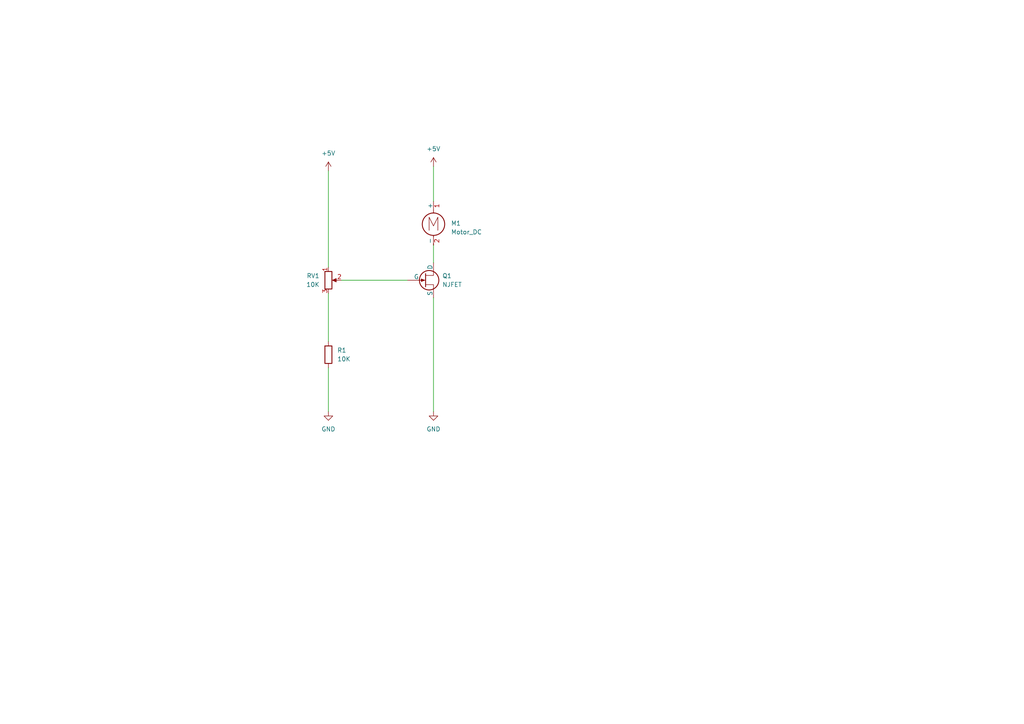
<source format=kicad_sch>
(kicad_sch (version 20230121) (generator eeschema)
  (paper "A4")
  (lib_symbols
    (symbol "Device:R" (pin_numbers hide) (pin_names (offset 0))
      (property "Reference" "R" (at 2.032 0 90))
      (property "Value" "R" (at 0 0 90))
      (symbol "R_0_1"
        (rectangle (start -1.016 -2.54) (end 1.016 2.54) (stroke (width 0.254)))
      )
      (symbol "R_1_1"
        (pin passive line (at 0 3.81 270) (length 1.27) (name "~") (number "1"))
        (pin passive line (at 0 -3.81 90) (length 1.27) (name "~") (number "2"))
      )
    )
    (symbol "Device:R_Potentiometer" (pin_names (offset 1.016) hide)
      (property "Reference" "RV" (at -4.445 0 90))
      (property "Value" "R_Potentiometer" (at -2.54 0 90))
      (symbol "R_Potentiometer_0_1"
        (polyline (pts (xy 2.54 0) (xy 1.524 0)))
        (polyline (pts (xy 1.143 0) (xy 2.286 0.508) (xy 2.286 -0.508) (xy 1.143 0)) (fill (type outline)))
        (rectangle (start 1.016 2.54) (end -1.016 -2.54) (stroke (width 0.254)))
      )
      (symbol "R_Potentiometer_1_1"
        (pin passive line (at 0 3.81 270) (length 1.27) (name "1") (number "1"))
        (pin passive line (at 3.81 0 180) (length 1.27) (name "2") (number "2"))
        (pin passive line (at 0 -3.81 90) (length 1.27) (name "3") (number "3"))
      )
    )
    (symbol "Motor:Motor_DC" (pin_names (offset 0))
      (property "Reference" "M" (at 2.54 2.54 0))
      (property "Value" "Motor_DC" (at 2.54 -5.08 0))
      (symbol "Motor_DC_0_0"
        (polyline (pts (xy -1.27 -3.302) (xy -1.27 0.508) (xy 0 -2.032) (xy 1.27 0.508) (xy 1.27 -3.302)))
      )
      (symbol "Motor_DC_0_1"
        (circle (center 0 -1.524) (radius 3.2512) (stroke (width 0.254)))
        (polyline (pts (xy 0 -7.62) (xy 0 -7.112)))
        (polyline (pts (xy 0 -4.7752) (xy 0 -5.1816)))
        (polyline (pts (xy 0 1.7272) (xy 0 2.0828)))
        (polyline (pts (xy 0 2.032) (xy 0 2.54)))
      )
      (symbol "Motor_DC_1_1"
        (pin passive line (at 0 5.08 270) (length 2.54) (name "+") (number "1"))
        (pin passive line (at 0 -7.62 90) (length 2.54) (name "-") (number "2"))
      )
    )
    (symbol "Simulation_SPICE:NJFET" (pin_numbers hide) (pin_names (offset 0))
      (property "Reference" "Q" (at 5.08 1.27 0))
      (property "Value" "NJFET" (at 5.08 -1.27 0))
      (symbol "NJFET_0_1"
        (polyline (pts (xy 0.254 1.905) (xy 0.254 -1.905) (xy 0.254 -1.905)) (stroke (width 0.254)))
        (polyline (pts (xy 2.54 -2.54) (xy 2.54 -1.27) (xy 0.254 -1.27)))
        (polyline (pts (xy 2.54 2.54) (xy 2.54 1.397) (xy 0.254 1.397)))
        (polyline (pts (xy 0 0) (xy -1.016 0.381) (xy -1.016 -0.381) (xy 0 0)) (fill (type outline)))
        (circle (center 1.27 0) (radius 2.8194) (stroke (width 0.254)))
      )
      (symbol "NJFET_1_1"
        (pin passive line (at 2.54 5.08 270) (length 2.54) (name "D") (number "1"))
        (pin input line (at -5.08 0 0) (length 5.334) (name "G") (number "2"))
        (pin passive line (at 2.54 -5.08 90) (length 2.54) (name "S") (number "3"))
      )
    )
    (symbol "power:+5V" (power) (pin_names (offset 0))
      (property "Value" "+5V" (at 0 3.556 0))
      (symbol "+5V_0_1"
        (polyline (pts (xy -0.762 1.27) (xy 0 2.54)))
        (polyline (pts (xy 0 0) (xy 0 2.54)))
        (polyline (pts (xy 0 2.54) (xy 0.762 1.27)))
      )
      (symbol "+5V_1_1"
        (pin power_in line (at 0 0 90) (length 0) hide (name "+5V") (number "1"))
      )
    )
    (symbol "power:GND" (power) (pin_names (offset 0))
      (property "Value" "GND" (at 0 -3.81 0))
      (symbol "GND_0_1"
        (polyline (pts (xy 0 0) (xy 0 -1.27) (xy 1.27 -1.27) (xy 0 -2.54) (xy -1.27 -1.27) (xy 0 -1.27)))
      )
      (symbol "GND_1_1"
        (pin power_in line (at 0 0 270) (length 0) hide (name "GND") (number "1"))
      )
    )
  )
  (wire (pts (xy 125.73 48.26) (xy 125.73 58.42)))
  (wire (pts (xy 99.06 81.28) (xy 118.11 81.28)))
  (wire (pts (xy 95.25 49.53) (xy 95.25 77.47)))
  (wire (pts (xy 125.73 86.36) (xy 125.73 119.38)))
  (wire (pts (xy 95.25 106.68) (xy 95.25 119.38)))
  (wire (pts (xy 125.73 71.12) (xy 125.73 76.2)))
  (wire (pts (xy 95.25 85.09) (xy 95.25 99.06)))
  (symbol (lib_id "Device:R_Potentiometer") (at 95.25 81.28 0) (unit 1)
    (property "Reference" "RV1" (at 92.71 80.01 0) (effects (justify right)))
    (property "Value" "10K" (at 92.71 82.55 0) (effects (justify right)))
  )
  (symbol (lib_id "power:GND") (at 125.73 119.38 0) (unit 1)
    (property "Reference" "#PWR04" (effects hide))
    (property "Value" "GND" (at 125.73 124.46 0))
  )
  (symbol (lib_id "power:GND") (at 95.25 119.38 0) (unit 1)
    (property "Reference" "#PWR02" (effects hide))
    (property "Value" "GND" (at 95.25 124.46 0))
  )
  (symbol (lib_id "Simulation_SPICE:NJFET") (at 123.19 81.28 0) (unit 1)
    (property "Reference" "Q1" (at 128.27 80.01 0) (effects (justify left)))
    (property "Value" "NJFET" (at 128.27 82.55 0) (effects (justify left)))
    (property "Sim.Device" "NJFET" (effects hide))
    (property "Sim.Type" "SHICHMANHODGES" (effects hide))
    (property "Sim.Pins" "1=D 2=G 3=S" (effects hide))
  )
  (symbol (lib_id "Device:R") (at 95.25 102.87 0) (unit 1)
    (property "Reference" "R1" (at 97.79 101.6 0) (effects (justify left)))
    (property "Value" "10K" (at 97.79 104.14 0) (effects (justify left)))
  )
  (symbol (lib_id "power:+5V") (at 95.25 49.53 0) (unit 1)
    (property "Reference" "#PWR01" (effects hide))
    (property "Value" "+5V" (at 95.25 44.45 0))
  )
  (symbol (lib_id "power:+5V") (at 125.73 48.26 0) (unit 1)
    (property "Reference" "#PWR03" (effects hide))
    (property "Value" "+5V" (at 125.73 43.18 0))
  )
  (symbol (lib_id "Motor:Motor_DC") (at 125.73 63.5 0) (unit 1)
    (property "Reference" "M1" (at 130.81 64.77 0) (effects (justify left)))
    (property "Value" "Motor_DC" (at 130.81 67.31 0) (effects (justify left)))
  )
)
</source>
